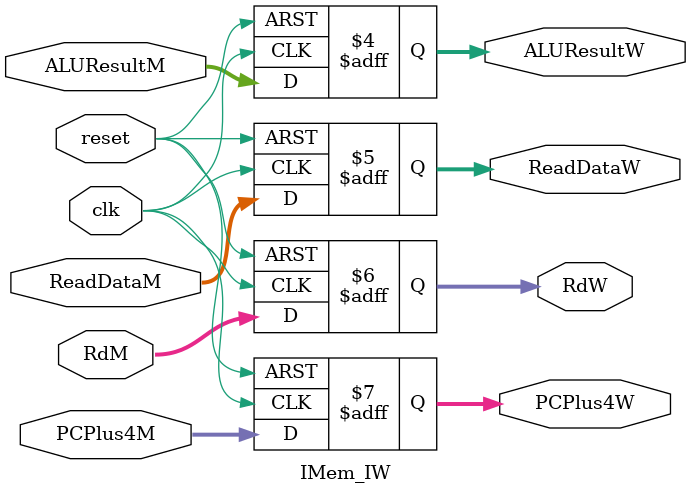
<source format=sv>
module imem (
  input  logic [31:0] a,  // Address
  output logic [31:0] rd  // Read data (instruction)
);
// Memory array 
  logic [31:0] RAM[63:0];
// Initialize memory from file
  initial begin
    $readmemh("../tests/rvx10_pipeline.txt", RAM); 
  end
    
  // Combinational read
  assign rd = RAM[a[31:2]];
// word-aligned
endmodule

// Data Memory module.
module dmem(
  input  logic       clk, we,
  input  logic [31:0] a, wd,
  output logic [31:0] rd
);
// Memory array 
  logic [31:0] RAM [63:0];
// Combinational read (word-aligned)
  assign rd = RAM[a[31:2]]; 
    
  // Synchronous write (on positive clock edge)
  always_ff @(posedge clk)
    if (we) RAM[a[31:2]] <= wd;
endmodule


// Control Unit Pipeline Register (ID to EX)
module c_ID_IEx (
  input  logic       clk, reset, clear,
  input  logic       RegWriteD, MemWriteD, JumpD, BranchD, ALUSrcD,
  input  logic [1:0] ResultSrcD, 
  input  logic [3:0] ALUControlD,  
  output logic       RegWriteE, MemWriteE, JumpE, BranchE, ALUSrcE,
  output logic [1:0] ResultSrcE,
  output logic [3:0] ALUControlE
);
  always_ff @( posedge clk, posedge reset ) begin
    if (reset) begin // Asynchronous reset
      RegWriteE   <= 0;
      MemWriteE   <= 0;
      JumpE       <= 0;
      BranchE     <= 0; 
      ALUSrcE     <= 0;
      ResultSrcE  <= 0;
      ALUControlE <= 0;
    end
    else if (clear) begin // Synchronous clear (flushes to 0)
      RegWriteE   <= 0;
      MemWriteE   <= 0;
      JumpE       <= 0;
      BranchE     <= 0; 
      ALUSrcE     <= 0;
      ResultSrcE  <= 0;
      ALUControlE <= 0;
    end
    else begin // Normal operation: latch inputs
      RegWriteE   <= RegWriteD;
      MemWriteE   <= MemWriteD;
      JumpE       <= JumpD;
      BranchE     <= BranchD; 
      ALUSrcE     <= ALUSrcD;
      ResultSrcE  <= ResultSrcD;
      ALUControlE <= ALUControlD; 
    end
  end
endmodule

// Control Unit Pipeline Register (EX to MEM)
module c_IEx_IM (
  input  logic       clk, reset,
  input  logic       RegWriteE, MemWriteE,
  input  logic [1:0] ResultSrcE,  
  output logic       RegWriteM, MemWriteM,
  output logic [1:0] ResultSrcM
);
  always_ff @( posedge clk, posedge reset ) begin
    if (reset) begin // Asynchronous reset
      RegWriteM  <= 0;
      MemWriteM  <= 0;
      ResultSrcM <= 0;
    end
    else begin // Normal operation: latch inputs
      RegWriteM  <= RegWriteE;
      MemWriteM  <= MemWriteE;
      ResultSrcM <= ResultSrcE; 
    end
  end
endmodule

// Control Unit Pipeline Register (MEM to WB)
module c_IM_IW (
  input  logic       clk, reset, 
  input  logic       RegWriteM, 
  input  logic [1:0] ResultSrcM, 
  output logic       RegWriteW, 
  output logic [1:0] ResultSrcW
);
  always_ff @( posedge clk, posedge reset ) begin
    if (reset) begin // Asynchronous reset
      RegWriteW  <= 0;
      ResultSrcW <= 0;
    end
    else begin // Normal operation: latch inputs
      RegWriteW  <= RegWriteM;
      ResultSrcW <= ResultSrcM; 
    end
  end
endmodule

// Parameterized 2-to-1 Multiplexer.
module mux2 #(parameter WIDTH=8)(
  input  logic [WIDTH-1:0] d0, d1, // Data inputs
  input  logic             s,      // Select signal
  output logic [WIDTH-1:0] y       // Data output
);
  assign y = s ? d1 : d0;
endmodule

// Register with asynchronous reset and synchronous enable.
module flopenr #(
  parameter WIDTH = 8
) (
  input  logic             clk,   // Clock
  input  logic             reset, // Asynchronous reset
  input  logic             en,    // Synchronous enable
  input  logic [WIDTH-1:0] d,     // Data input
  output logic [WIDTH-1:0] q      // Data output
);

  always_ff @(posedge clk or posedge reset) begin
    if (reset)
      q <= 0;
    else if (en)
      q <= d;
  end
endmodule

// Simple 32-bit combinational adder.
module adder(
  input  [31:0] a, b, // 32-bit inputs
  output [31:0] y     // 32-bit output (a + b)
);
  assign y = a + b;
endmodule

// Datapath Pipeline register between Fetch and Decode Stage. (valid bit removed)
module IF_ID (
  input  logic       clk, reset, clear, enable,
  input  logic [31:0] InstrF, PCF, PCPlus4F,
  output logic [31:0] InstrD, PCD, PCPlus4D
);
  always_ff @( posedge clk, posedge reset ) begin
    if (reset) begin // Asynchronous Clear
      InstrD   <= 0;
      PCD      <= 0;
      PCPlus4D <= 0;
    end
    else if (enable) begin // Only latch if enabled (not stalled)
      if (clear) begin // Synchronous Clear (flushes to a NOP)
        InstrD   <= 32'h00000033; // add x0,x0,x0 (nop)
        PCD      <= 0;
        PCPlus4D <= 0; 
      end
      else begin // Normal operation
        InstrD   <= InstrF;
        PCD      <= PCF;
        PCPlus4D <= PCPlus4F;
      end
    end
    // If enable is 0, registers hold their previous value (stall)
  end
endmodule

// 3-port Register File (Write on negedge clk).
module regfile (
  input  logic       clk,
  input  logic       we3,      // Write enable (from WB stage)
  input  logic [4:0] a1, a2, a3, // a1,a2=Read addrs, a3=Write addr
  input  logic [31:0] wd3,    // Write data
  output logic [31:0] rd1, rd2 // Read data
);
// The register file storage array
  logic [31:0] rf[31:0];

// Write on negative clock edge
  always_ff @(negedge clk)
    if (we3 & a3 != 0) rf[a3] <= wd3;

// Combinational reads
  assign rd1 = (a1 != 0) ? rf[a1] : 0; // Hardwire x0 to 0
  assign rd2 = (a2 != 0) ? rf[a2] : 0; // Hardwire x0 to 0
endmodule

// Sign-extends immediate values.
module extend(
  input  logic [31:7] instr,   
  input  logic [1:0]  immsrc,  
  output logic [31:0] immext   
);
// Combinational logic to generate the correct immediate
  always_comb
    case(immsrc) 
      // I-type
      2'b00:  immext = {{20{instr[31]}}, instr[31:20]};
      // S-type
      2'b01:  immext = {{20{instr[31]}}, instr[31:25], instr[11:7]};
      // B-type
      2'b10:  immext = {{20{instr[31]}}, instr[7], instr[30:25], instr[11:8], 1'b0};
      // J-type
      2'b11:  immext = {{12{instr[31]}}, instr[19:12], instr[20], instr[30:21], 1'b0};
      default: immext = 32'bx; // undefined
    endcase       
endmodule

// Datapath Pipeline register between Decode and Execution Stage. (valid bit removed)
module ID_IEx  (
  input  logic       clk, reset, clear,
  input  logic [31:0] RD1D, RD2D, PCD, 
  input  logic [4:0] Rs1D, Rs2D, RdD, 
  input  logic [31:0] ImmExtD, PCPlus4D,
  output logic [31:0] RD1E, RD2E, PCE, 
  output logic [4:0] Rs1E, Rs2E, RdE, 
  output logic [31:0] ImmExtE, PCPlus4E
);

  always_ff @( posedge clk, posedge reset ) begin
    if (reset) begin // Asynchronous reset
      RD1E     <= 0;
      RD2E     <= 0;
      PCE      <= 0;
      Rs1E     <= 0;
      Rs2E     <= 0;
      RdE      <= 0;
      ImmExtE  <= 0;
      PCPlus4E <= 0;
    end
    else if (clear) begin // Synchronous clear (flushes to 0)
      RD1E     <= 0;
      RD2E     <= 0;
      PCE      <= 0;
      Rs1E     <= 0;
      Rs2E     <= 0;
      RdE      <= 0;
      ImmExtE  <= 0;
      PCPlus4E <= 0;
    end
    else begin // Normal operation: latch inputs
      RD1E     <= RD1D;
      RD2E     <= RD2D;
      PCE      <= PCD;
      Rs1E     <= Rs1D;
      Rs2E     <= Rs2D;
      RdE      <= RdD;
      ImmExtE  <= ImmExtD;
      PCPlus4E <= PCPlus4D;
    end
  end
endmodule

// Parameterized 3-to-1 Multiplexer.
module mux3 #(parameter WIDTH=8)(
  input  logic [WIDTH-1:0] d0, d1, d2, 
  input  logic [1:0]       s,        
  output logic [WIDTH-1:0] y         
);
  assign y = s[1] ? d2 : (s[0] ? d1: d0);
endmodule

// Arithmetic Logic Unit (ALU).
module alu(
  input  logic [31:0] a, b,
  input  logic [3:0]  alucontrol,
  output logic [31:0] result,
  output logic        zero
);
  logic [31:0] condinvb, sum;
  logic        v; // overflow
  logic        isAddSub;
  wire signed [31:0] s1 = a;
  wire signed [31:0] s2 = b;

  // Logic for add/sub/slt
  assign condinvb = alucontrol[0] ? ~b : b; // Invert b for subtraction
  assign sum      = a + condinvb + alucontrol[0]; // Add/Sub
  assign isAddSub = ~alucontrol[2] & ~alucontrol[1] |
                    ~alucontrol[1] & alucontrol[0];

// Main ALU operation logic
  always_comb
    case (alucontrol)
      // ---- original arithmetic/logic ----
      4'b0000:  result = sum; // add
      4'b0001:  result = sum; // subtract
      4'b0010:  result = a & b; // and
      4'b0011:  result = a | b; // or
      4'b0100:  result = a ^ b; // xor
      4'b0101:  result = sum[31] ^ v; // slt 

      // ---- new ops starting from 0110 (RVX10) ----
      4'b0110:  result = a & ~b; // ANDN
      4'b0111:  result = a | ~b; // ORN
      4'b1000:  result = ~(a ^ b); // XNOR 
      4'b1001:  result = (s1 < s2) ? a : b; // MIN (signed)
      4'b1010:  result = (s1 > s2) ? a : b; // MAX (signed)
      4'b1011:  result = (a  < b)  ? a : b; // MINU (unsigned)
      4'b1100:  result = (a  > b)  ? a : b; // MAXU (unsigned)
      4'b1101: begin // ROL (Rotate Left)
          logic [4:0] sh = b[4:0];
          result = (sh == 0) ? a : ((a << sh) | (a >> (32 - sh)));
      end
      4'b1110: begin // ROR (Rotate Right)
          logic [4:0] sh = b[4:0];
          result = (sh == 0) ? a : ((a >> sh) | (a << (32 - sh)));
      end
      4'b1111:  result = (s1 >= 0) ? a : (0 - a); // ABS (Absolute Value)
      default:  result = 32'bx;
  endcase

// Zero flag logic
  assign zero = (result == 32'b0);
// Overflow logic (for 'slt')
  assign v    = ~(alucontrol[0] ^ a[31] ^ b[31]) & (a[31] ^ sum[31]) & isAddSub;
endmodule

// Datapath Pipeline register between Execution and Memory Access Stage. (valid bit removed)
module IEx_IMem(
  input  logic       clk, reset,
  input  logic [31:0] ALUResultE, WriteDataE, 
  input  logic [4:0] RdE, 
  input  logic [31:0] PCPlus4E,
  output logic [31:0] ALUResultM, WriteDataM,
  output logic [4:0] RdM, 
  output logic [31:0] PCPlus4M
);
  always_ff @( posedge clk, posedge reset ) begin 
    if (reset) begin // Asynchronous reset
      ALUResultM <= 0;
      WriteDataM <= 0;
      RdM        <= 0; 
      PCPlus4M   <= 0;
    end
    else begin // Normal operation: latch inputs
      ALUResultM <= ALUResultE;
      WriteDataM <= WriteDataE;
      RdM        <= RdE; 
      PCPlus4M   <= PCPlus4E;
    end
  end
endmodule

// Datapath Pipeline register between Memory Access and WriteBack Stage. (valid bit removed)
module IMem_IW (
  input  logic       clk, reset,
  input  logic [31:0] ALUResultM, ReadDataM,  
  input  logic [4:0] RdM, 
  input  logic [31:0] PCPlus4M,
  output logic [31:0] ALUResultW, ReadDataW,
  output logic [4:0] RdW, 
  output logic [31:0] PCPlus4W
);
  always_ff @( posedge clk, posedge reset ) begin 
    if (reset) begin // Asynchronous reset
      ALUResultW <= 0;
      ReadDataW  <= 0;
      RdW        <= 0; 
      PCPlus4W   <= 0;
    end
    else begin // Normal operation: latch inputs
      ALUResultW <= ALUResultM;
      ReadDataW  <= ReadDataM;
      RdW        <= RdM; 
      PCPlus4W   <= PCPlus4M;
    end
  end
endmodule
</source>
